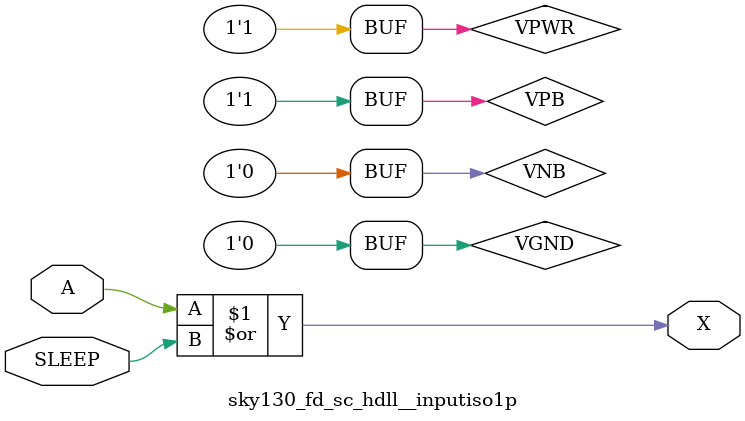
<source format=v>
/*
 * Copyright 2020 The SkyWater PDK Authors
 *
 * Licensed under the Apache License, Version 2.0 (the "License");
 * you may not use this file except in compliance with the License.
 * You may obtain a copy of the License at
 *
 *     https://www.apache.org/licenses/LICENSE-2.0
 *
 * Unless required by applicable law or agreed to in writing, software
 * distributed under the License is distributed on an "AS IS" BASIS,
 * WITHOUT WARRANTIES OR CONDITIONS OF ANY KIND, either express or implied.
 * See the License for the specific language governing permissions and
 * limitations under the License.
 *
 * SPDX-License-Identifier: Apache-2.0
*/


`ifndef SKY130_FD_SC_HDLL__INPUTISO1P_TIMING_V
`define SKY130_FD_SC_HDLL__INPUTISO1P_TIMING_V

/**
 * inputiso1p: Input isolation, noninverted sleep.
 *
 *             X = (A & !SLEEP)
 *
 * Verilog simulation timing model.
 */

`timescale 1ns / 1ps
`default_nettype none

`celldefine
module sky130_fd_sc_hdll__inputiso1p (
    X    ,
    A    ,
    SLEEP
);

    // Module ports
    output X    ;
    input  A    ;
    input  SLEEP;

    // Module supplies
    supply1 VPWR;
    supply0 VGND;
    supply1 VPB ;
    supply0 VNB ;

    //  Name  Output  Other arguments
    or  or0  (X     , A, SLEEP       );

endmodule
`endcelldefine

`default_nettype wire
`endif  // SKY130_FD_SC_HDLL__INPUTISO1P_TIMING_V

</source>
